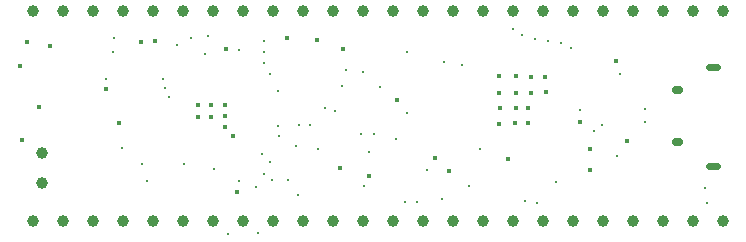
<source format=gbr>
%TF.GenerationSoftware,KiCad,Pcbnew,(5.1.5)-3*%
%TF.CreationDate,2020-06-05T17:01:04-07:00*%
%TF.ProjectId,UPduino_v3.0,55506475-696e-46f5-9f76-332e302e6b69,3.0*%
%TF.SameCoordinates,Original*%
%TF.FileFunction,Plated,1,4,PTH,Mixed*%
%TF.FilePolarity,Positive*%
%FSLAX46Y46*%
G04 Gerber Fmt 4.6, Leading zero omitted, Abs format (unit mm)*
G04 Created by KiCad (PCBNEW (5.1.5)-3) date 2020-06-05 17:01:04*
%MOMM*%
%LPD*%
G04 APERTURE LIST*
%TA.AperFunction,ViaDrill*%
%ADD10C,0.300000*%
%TD*%
%TA.AperFunction,ViaDrill*%
%ADD11C,0.400000*%
%TD*%
G04 aperture for slot hole*
%TA.AperFunction,ComponentDrill*%
%ADD12C,0.600000*%
%TD*%
G04 aperture for slot hole*
%TA.AperFunction,ComponentDrill*%
%ADD13C,0.650000*%
%TD*%
%TA.AperFunction,ComponentDrill*%
%ADD14C,1.000000*%
%TD*%
G04 APERTURE END LIST*
D10*
X108077000Y-85713987D03*
X108650000Y-83437500D03*
X108810000Y-82240000D03*
X109474000Y-91567000D03*
X111176000Y-92924000D03*
X111609500Y-94359500D03*
X112954000Y-85760000D03*
X113093500Y-86538000D03*
X113424000Y-87284000D03*
X114100000Y-82900000D03*
X114732000Y-92951500D03*
X115324423Y-82302422D03*
X116462294Y-83650010D03*
X116750000Y-82100000D03*
X117208500Y-93400000D03*
X118400000Y-98900000D03*
X119380000Y-83320000D03*
X119400000Y-94400000D03*
X120764500Y-94856500D03*
X120950000Y-98750000D03*
X121280368Y-92119664D03*
X121463000Y-83490000D03*
X121463000Y-84379000D03*
X121483380Y-93750010D03*
X121507410Y-82545688D03*
X121947810Y-85280500D03*
X122000000Y-92800000D03*
X122176746Y-94280008D03*
X122622234Y-89690959D03*
X122647820Y-86772705D03*
X122720000Y-90570000D03*
X123515613Y-94284387D03*
X124200000Y-91390000D03*
X124349382Y-95580608D03*
X124440000Y-89667590D03*
X125360000Y-89667590D03*
X126030022Y-91670000D03*
X126599987Y-88199857D03*
X127450000Y-88450000D03*
X128118000Y-86305000D03*
X128390000Y-85010000D03*
X129700000Y-90357590D03*
X129880000Y-85180000D03*
X129903079Y-94758902D03*
X130360000Y-91920000D03*
X130800000Y-90357590D03*
X131300000Y-86380000D03*
X132660000Y-90860000D03*
X133380000Y-96140000D03*
X133550000Y-83450000D03*
X133570000Y-88590000D03*
X134410000Y-96160000D03*
X135260000Y-93480000D03*
X136550000Y-95930000D03*
X136738374Y-84271871D03*
X138250000Y-84550000D03*
X138800000Y-94800000D03*
X139800000Y-91650000D03*
X142550000Y-81500000D03*
X143292164Y-82052410D03*
X143600000Y-96100000D03*
X144380000Y-82310000D03*
X144600000Y-96200000D03*
X145545469Y-82502188D03*
X146172000Y-94428000D03*
X146650000Y-82650000D03*
X147500000Y-83140000D03*
X148250000Y-88400000D03*
X149450000Y-90150000D03*
X150100000Y-89600000D03*
X151387039Y-92234629D03*
X151638000Y-85344000D03*
X153700000Y-89400000D03*
X153750000Y-88250000D03*
X158830000Y-94940000D03*
X158950000Y-96200000D03*
D11*
X100830000Y-84640000D03*
X100965000Y-90868500D03*
X101390000Y-82600000D03*
X102400000Y-88100000D03*
X103358000Y-82920998D03*
X108077000Y-86614000D03*
X109220000Y-89471500D03*
X111090000Y-82580000D03*
X112260000Y-82480000D03*
X115892400Y-87942400D03*
X115892400Y-88992400D03*
X116992400Y-87942400D03*
X116992400Y-88992400D03*
X118142400Y-87942400D03*
X118142400Y-88892400D03*
X118142400Y-89842400D03*
X118273443Y-83157943D03*
X118863484Y-90601736D03*
X119218010Y-95302018D03*
X123444000Y-82296000D03*
X125984539Y-82395580D03*
X127910000Y-93250000D03*
X128189965Y-83162510D03*
X130350000Y-93950000D03*
X132700000Y-87500000D03*
X135938000Y-92426000D03*
X137161262Y-93547590D03*
X141400000Y-85500000D03*
X141400000Y-86900000D03*
X141400000Y-89550000D03*
X141450000Y-88200000D03*
X142145907Y-92470431D03*
X142750000Y-89500000D03*
X142800000Y-86900000D03*
X142800000Y-88200000D03*
X142850000Y-85500000D03*
X143850000Y-88200000D03*
X143850000Y-89500000D03*
X144050000Y-85550000D03*
X144100000Y-86900000D03*
X145300000Y-85600000D03*
X145350000Y-86850000D03*
X148249586Y-89349737D03*
X149051352Y-93464725D03*
X149098000Y-91630500D03*
X151250000Y-84250000D03*
X152200000Y-91000000D03*
D12*
%TO.C,J1*%
X159825000Y-84715000D02*
X159125000Y-84715000D01*
X159825000Y-93065000D02*
X159125000Y-93065000D01*
D13*
X156575000Y-86665000D02*
X156375000Y-86665000D01*
X156575000Y-91115000D02*
X156375000Y-91115000D01*
D14*
%TO.C,J2*%
X101900000Y-80000000D03*
X104440000Y-80000000D03*
X106980000Y-80000000D03*
X109520000Y-80000000D03*
X112060000Y-80000000D03*
X114600000Y-80000000D03*
X117140000Y-80000000D03*
X119680000Y-80000000D03*
X122220000Y-80000000D03*
X124760000Y-80000000D03*
X127300000Y-80000000D03*
X129840000Y-80000000D03*
X132380000Y-80000000D03*
X134920000Y-80000000D03*
X137460000Y-80000000D03*
X140000000Y-80000000D03*
X142540000Y-80000000D03*
X145080000Y-80000000D03*
X147620000Y-80000000D03*
X150160000Y-80000000D03*
X152700000Y-80000000D03*
X155240000Y-80000000D03*
X157780000Y-80000000D03*
X160320000Y-80000000D03*
%TO.C,J3*%
X101900000Y-97780000D03*
X104440000Y-97780000D03*
X106980000Y-97780000D03*
X109520000Y-97780000D03*
X112060000Y-97780000D03*
X114600000Y-97780000D03*
X117140000Y-97780000D03*
X119680000Y-97780000D03*
X122220000Y-97780000D03*
X124760000Y-97780000D03*
X127300000Y-97780000D03*
X129840000Y-97780000D03*
X132380000Y-97780000D03*
X134920000Y-97780000D03*
X137460000Y-97780000D03*
X140000000Y-97780000D03*
X142540000Y-97780000D03*
X145080000Y-97780000D03*
X147620000Y-97780000D03*
X150160000Y-97780000D03*
X152700000Y-97780000D03*
X155240000Y-97780000D03*
X157780000Y-97780000D03*
X160320000Y-97780000D03*
%TO.C,J4*%
X102700000Y-92040000D03*
X102700000Y-94580000D03*
M02*

</source>
